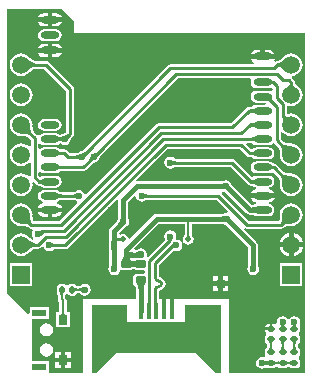
<source format=gtl>
G04*
G04 #@! TF.GenerationSoftware,Altium Limited,Altium Designer,19.1.9 (167)*
G04*
G04 Layer_Physical_Order=1*
G04 Layer_Color=255*
%FSLAX24Y24*%
%MOIN*%
G70*
G01*
G75*
%ADD11C,0.0079*%
%ADD12C,0.0098*%
%ADD30R,0.0315X0.0315*%
%ADD31C,0.0197*%
G04:AMPARAMS|DCode=32|XSize=23.6mil|YSize=17.7mil|CornerRadius=4.4mil|HoleSize=0mil|Usage=FLASHONLY|Rotation=270.000|XOffset=0mil|YOffset=0mil|HoleType=Round|Shape=RoundedRectangle|*
%AMROUNDEDRECTD32*
21,1,0.0236,0.0089,0,0,270.0*
21,1,0.0148,0.0177,0,0,270.0*
1,1,0.0089,-0.0044,-0.0074*
1,1,0.0089,-0.0044,0.0074*
1,1,0.0089,0.0044,0.0074*
1,1,0.0089,0.0044,-0.0074*
%
%ADD32ROUNDEDRECTD32*%
%ADD33R,0.0472X0.0236*%
%ADD34R,0.0315X0.0354*%
G04:AMPARAMS|DCode=35|XSize=23.6mil|YSize=17.7mil|CornerRadius=4.4mil|HoleSize=0mil|Usage=FLASHONLY|Rotation=0.000|XOffset=0mil|YOffset=0mil|HoleType=Round|Shape=RoundedRectangle|*
%AMROUNDEDRECTD35*
21,1,0.0236,0.0089,0,0,0.0*
21,1,0.0148,0.0177,0,0,0.0*
1,1,0.0089,0.0074,-0.0044*
1,1,0.0089,-0.0074,-0.0044*
1,1,0.0089,-0.0074,0.0044*
1,1,0.0089,0.0074,0.0044*
%
%ADD35ROUNDEDRECTD35*%
G04:AMPARAMS|DCode=36|XSize=35.4mil|YSize=27.6mil|CornerRadius=6.9mil|HoleSize=0mil|Usage=FLASHONLY|Rotation=180.000|XOffset=0mil|YOffset=0mil|HoleType=Round|Shape=RoundedRectangle|*
%AMROUNDEDRECTD36*
21,1,0.0354,0.0138,0,0,180.0*
21,1,0.0217,0.0276,0,0,180.0*
1,1,0.0138,-0.0108,0.0069*
1,1,0.0138,0.0108,0.0069*
1,1,0.0138,0.0108,-0.0069*
1,1,0.0138,-0.0108,-0.0069*
%
%ADD36ROUNDEDRECTD36*%
G04:AMPARAMS|DCode=37|XSize=35.4mil|YSize=27.6mil|CornerRadius=6.9mil|HoleSize=0mil|Usage=FLASHONLY|Rotation=90.000|XOffset=0mil|YOffset=0mil|HoleType=Round|Shape=RoundedRectangle|*
%AMROUNDEDRECTD37*
21,1,0.0354,0.0138,0,0,90.0*
21,1,0.0217,0.0276,0,0,90.0*
1,1,0.0138,0.0069,0.0108*
1,1,0.0138,0.0069,-0.0108*
1,1,0.0138,-0.0069,-0.0108*
1,1,0.0138,-0.0069,0.0108*
%
%ADD37ROUNDEDRECTD37*%
%ADD38O,0.0630X0.0236*%
%ADD39R,0.0157X0.0531*%
%ADD40R,0.0571X0.0512*%
%ADD41R,0.0630X0.0551*%
%ADD42C,0.0157*%
%ADD43C,0.0118*%
%ADD44C,0.0039*%
%ADD45C,0.0591*%
%ADD46R,0.0591X0.0591*%
%ADD47C,0.0236*%
G36*
X9320Y10157D02*
X9293Y10185D01*
X9242Y10232D01*
X9217Y10252D01*
X9192Y10268D01*
X9168Y10281D01*
X9144Y10292D01*
X9120Y10299D01*
X9097Y10304D01*
X9075Y10305D01*
Y10404D01*
X9097Y10405D01*
X9120Y10409D01*
X9144Y10417D01*
X9168Y10427D01*
X9192Y10441D01*
X9217Y10457D01*
X9242Y10476D01*
X9267Y10498D01*
X9293Y10524D01*
X9320Y10552D01*
Y10157D01*
D02*
G37*
G36*
X781Y10531D02*
X838Y10481D01*
X866Y10460D01*
X892Y10443D01*
X917Y10429D01*
X941Y10418D01*
X964Y10410D01*
X987Y10405D01*
X1008Y10404D01*
Y10305D01*
X987Y10304D01*
X964Y10299D01*
X941Y10291D01*
X917Y10280D01*
X892Y10266D01*
X866Y10248D01*
X838Y10228D01*
X781Y10178D01*
X750Y10148D01*
Y10561D01*
X781Y10531D01*
D02*
G37*
G36*
X9589Y9733D02*
X9591Y9716D01*
X9595Y9700D01*
X9600Y9685D01*
X9606Y9672D01*
X9614Y9660D01*
X9623Y9649D01*
X9634Y9639D01*
X9645Y9631D01*
X9659Y9624D01*
X9420D01*
X9433Y9631D01*
X9445Y9639D01*
X9456Y9649D01*
X9465Y9660D01*
X9473Y9672D01*
X9479Y9685D01*
X9484Y9700D01*
X9487Y9716D01*
X9489Y9733D01*
X9490Y9752D01*
X9589D01*
X9589Y9733D01*
D02*
G37*
G36*
X8883Y9254D02*
X8878Y9248D01*
X8875Y9240D01*
X8876Y9231D01*
X8879Y9220D01*
X8885Y9208D01*
X8894Y9194D01*
X8905Y9179D01*
X8920Y9162D01*
X8937Y9144D01*
X8838Y9104D01*
X8820Y9121D01*
X8787Y9149D01*
X8772Y9159D01*
X8758Y9167D01*
X8744Y9173D01*
X8732Y9177D01*
X8720Y9178D01*
X8709Y9178D01*
X8699Y9175D01*
X8891Y9259D01*
X8883Y9254D01*
D02*
G37*
G36*
X2283Y11811D02*
Y11417D01*
X8976D01*
Y11417D01*
X9998D01*
Y80D01*
X7480D01*
Y2559D01*
X5140D01*
Y2825D01*
X5206Y2838D01*
X5281Y2888D01*
X5331Y2963D01*
X5349Y3051D01*
X5331Y3140D01*
X5281Y3214D01*
X5206Y3264D01*
X5140Y3278D01*
Y3676D01*
X5618Y4154D01*
X5632Y4145D01*
X5709Y4130D01*
X5785Y4145D01*
X5851Y4189D01*
X5894Y4254D01*
X5909Y4331D01*
X5894Y4408D01*
X5851Y4473D01*
X5785Y4516D01*
X5748Y4524D01*
X5708Y4544D01*
X5705Y4588D01*
X5713Y4626D01*
X5697Y4703D01*
X5654Y4768D01*
X5589Y4811D01*
X5512Y4827D01*
X5435Y4811D01*
X5370Y4768D01*
X5326Y4703D01*
X5311Y4626D01*
X5326Y4549D01*
X5342Y4526D01*
X4773Y3956D01*
X4718Y3985D01*
X4728Y4035D01*
X4713Y4112D01*
X4669Y4177D01*
X4604Y4221D01*
X4528Y4236D01*
X4451Y4221D01*
X4399Y4186D01*
X4397Y4186D01*
X4333D01*
X4310Y4241D01*
X5126Y5056D01*
X5980D01*
X5982Y5027D01*
Y4686D01*
X5982Y4685D01*
X5981Y4679D01*
X5979Y4673D01*
X5978Y4667D01*
X5975Y4661D01*
X5972Y4655D01*
X5969Y4649D01*
X5964Y4642D01*
X5958Y4633D01*
X5955Y4626D01*
X5935Y4597D01*
X5922Y4528D01*
X5935Y4458D01*
X5975Y4400D01*
X6033Y4361D01*
X6102Y4347D01*
X6171Y4361D01*
X6230Y4400D01*
X6269Y4458D01*
X6283Y4528D01*
X6269Y4597D01*
X6250Y4626D01*
X6246Y4633D01*
X6240Y4642D01*
X6236Y4649D01*
X6232Y4655D01*
X6230Y4661D01*
X6227Y4667D01*
X6225Y4673D01*
X6224Y4679D01*
X6223Y4685D01*
X6223Y4686D01*
Y5037D01*
X6223Y5056D01*
X7268D01*
X7305Y5031D01*
X7347Y5023D01*
X7362Y5010D01*
X8107Y4264D01*
Y3657D01*
X8082Y3620D01*
X8067Y3543D01*
X8082Y3467D01*
X8126Y3401D01*
X8191Y3358D01*
X8268Y3343D01*
X8345Y3358D01*
X8410Y3401D01*
X8453Y3467D01*
X8468Y3543D01*
X8453Y3620D01*
X8429Y3656D01*
X8428Y3675D01*
Y4331D01*
X8428Y4331D01*
X8416Y4392D01*
X8381Y4444D01*
X8381Y4444D01*
X7950Y4876D01*
X7988Y4921D01*
X8021Y4899D01*
X8071Y4889D01*
X9205D01*
X9255Y4899D01*
X9297Y4927D01*
X9307Y4938D01*
X9318Y4945D01*
X9332Y4952D01*
X9350Y4958D01*
X9372Y4964D01*
X9397Y4970D01*
X9426Y4974D01*
X9497Y4979D01*
X9527Y4979D01*
X9539Y4977D01*
X9637Y4990D01*
X9728Y5028D01*
X9806Y5088D01*
X9866Y5166D01*
X9904Y5257D01*
X9917Y5354D01*
X9904Y5452D01*
X9866Y5543D01*
X9806Y5621D01*
X9728Y5681D01*
X9637Y5719D01*
X9539Y5732D01*
X9442Y5719D01*
X9351Y5681D01*
X9273Y5621D01*
X9213Y5543D01*
X9175Y5452D01*
X9162Y5354D01*
X9164Y5342D01*
X9164Y5312D01*
X9159Y5241D01*
X9155Y5212D01*
X9149Y5187D01*
X9143Y5165D01*
X9138Y5150D01*
X8125D01*
X7222Y6053D01*
X7240Y6118D01*
X7268Y6125D01*
X7285Y6114D01*
X7327Y6105D01*
X7342Y6092D01*
X8036Y5398D01*
X8088Y5363D01*
X8150Y5351D01*
X8150Y5351D01*
X8211D01*
X8222Y5351D01*
X8257Y5348D01*
X8269Y5346D01*
X8278Y5344D01*
X8283Y5342D01*
X8285Y5341D01*
X8289Y5340D01*
X8309Y5326D01*
X8386Y5311D01*
X8780D01*
X8856Y5326D01*
X8921Y5370D01*
X8965Y5435D01*
X8980Y5512D01*
X8965Y5589D01*
X8921Y5654D01*
X8856Y5697D01*
X8803Y5708D01*
Y5768D01*
X8864Y5780D01*
X8936Y5828D01*
X8984Y5900D01*
X8985Y5906D01*
X8583D01*
X8181D01*
X8182Y5900D01*
X8230Y5828D01*
X8301Y5780D01*
X8363Y5768D01*
Y5708D01*
X8309Y5697D01*
X8289Y5684D01*
X8285Y5682D01*
X8283Y5681D01*
X8278Y5680D01*
X8269Y5678D01*
X8259Y5676D01*
X8215Y5674D01*
X7556Y6332D01*
X7548Y6376D01*
X7504Y6441D01*
X7439Y6485D01*
X7362Y6500D01*
X7285Y6485D01*
X7250Y6461D01*
X7230Y6460D01*
X4409D01*
X4404Y6459D01*
X4375Y6513D01*
X5408Y7547D01*
X7820D01*
X8057Y7309D01*
X8100Y7281D01*
X8150Y7271D01*
X8214D01*
X8225Y7270D01*
X8238Y7269D01*
X8244Y7260D01*
X8309Y7216D01*
X8386Y7201D01*
X8780D01*
X8856Y7216D01*
X8921Y7260D01*
X8965Y7325D01*
X8980Y7402D01*
X8965Y7478D01*
X8921Y7544D01*
X8856Y7587D01*
X8780Y7602D01*
X8386D01*
X8309Y7587D01*
X8244Y7544D01*
X8185Y7550D01*
X8047Y7689D01*
X8069Y7744D01*
X8214D01*
X8225Y7743D01*
X8238Y7741D01*
X8244Y7732D01*
X8309Y7689D01*
X8386Y7673D01*
X8780D01*
X8856Y7689D01*
X8921Y7732D01*
X8986Y7723D01*
X9123Y7586D01*
X9130Y7576D01*
X9137Y7562D01*
X9143Y7544D01*
X9149Y7522D01*
X9155Y7496D01*
X9159Y7468D01*
X9164Y7397D01*
X9164Y7367D01*
X9162Y7354D01*
X9175Y7257D01*
X9213Y7166D01*
X9273Y7088D01*
X9351Y7028D01*
X9442Y6990D01*
X9539Y6977D01*
X9637Y6990D01*
X9728Y7028D01*
X9806Y7088D01*
X9866Y7166D01*
X9904Y7257D01*
X9917Y7354D01*
X9904Y7452D01*
X9866Y7543D01*
X9806Y7621D01*
X9728Y7681D01*
X9637Y7719D01*
X9539Y7732D01*
X9527Y7730D01*
X9497Y7730D01*
X9426Y7735D01*
X9397Y7739D01*
X9372Y7744D01*
X9350Y7750D01*
X9332Y7757D01*
X9318Y7764D01*
X9307Y7771D01*
X9186Y7893D01*
Y8104D01*
X9245Y8124D01*
X9273Y8088D01*
X9351Y8028D01*
X9442Y7990D01*
X9539Y7977D01*
X9637Y7990D01*
X9728Y8028D01*
X9806Y8088D01*
X9866Y8166D01*
X9904Y8257D01*
X9917Y8354D01*
X9904Y8452D01*
X9866Y8543D01*
X9806Y8621D01*
X9728Y8681D01*
X9637Y8719D01*
X9539Y8732D01*
X9442Y8719D01*
X9441Y8719D01*
X9395Y8741D01*
X9386Y8752D01*
X9384Y8755D01*
X9382Y8760D01*
Y8961D01*
X9432Y8994D01*
X9442Y8990D01*
X9539Y8977D01*
X9637Y8990D01*
X9728Y9028D01*
X9806Y9088D01*
X9866Y9166D01*
X9904Y9257D01*
X9917Y9354D01*
X9904Y9452D01*
X9866Y9543D01*
X9806Y9621D01*
X9728Y9681D01*
X9699Y9693D01*
X9696Y9696D01*
X9687Y9700D01*
X9683Y9703D01*
X9681Y9705D01*
X9679Y9707D01*
X9677Y9711D01*
X9674Y9715D01*
X9672Y9721D01*
X9671Y9729D01*
X9670Y9736D01*
Y9752D01*
X9660Y9802D01*
X9632Y9844D01*
X9556Y9920D01*
X9569Y9974D01*
X9575Y9982D01*
X9637Y9990D01*
X9728Y10028D01*
X9806Y10088D01*
X9866Y10166D01*
X9904Y10257D01*
X9917Y10354D01*
X9904Y10452D01*
X9866Y10543D01*
X9806Y10621D01*
X9728Y10681D01*
X9637Y10719D01*
X9539Y10732D01*
X9442Y10719D01*
X9351Y10681D01*
X9273Y10621D01*
X9262Y10607D01*
X9261Y10607D01*
X9236Y10580D01*
X9213Y10558D01*
X9191Y10538D01*
X9170Y10522D01*
X9150Y10509D01*
X9132Y10499D01*
X9116Y10492D01*
X9101Y10487D01*
X9087Y10485D01*
X9087Y10485D01*
X9075D01*
X9025Y10475D01*
X8993Y10454D01*
X8951Y10496D01*
X8984Y10545D01*
X8985Y10551D01*
X8583D01*
X8181D01*
X8182Y10545D01*
X8230Y10474D01*
X8301Y10426D01*
X8302Y10426D01*
X8297Y10367D01*
X5512D01*
X5462Y10357D01*
X5420Y10328D01*
X2582Y7491D01*
X2579Y7489D01*
X2575Y7486D01*
X2572Y7485D01*
X2569Y7483D01*
X2567Y7483D01*
X2567Y7483D01*
X2559Y7484D01*
X2482Y7469D01*
X2417Y7425D01*
X2413Y7419D01*
X2413Y7419D01*
X2411Y7418D01*
X2408Y7417D01*
X2404Y7416D01*
X2400Y7415D01*
X2396Y7414D01*
X2141D01*
X2061Y7494D01*
X2018Y7522D01*
X1969Y7532D01*
X1865D01*
X1853Y7533D01*
X1841Y7534D01*
X1835Y7544D01*
X1770Y7587D01*
X1693Y7602D01*
X1299D01*
X1222Y7587D01*
X1174Y7555D01*
X1115Y7578D01*
Y7698D01*
X1174Y7721D01*
X1222Y7689D01*
X1299Y7673D01*
X1693D01*
X1770Y7689D01*
X1794Y7705D01*
X1841Y7729D01*
X1887Y7705D01*
X1911Y7689D01*
X1988Y7673D01*
X2065Y7689D01*
X2130Y7732D01*
X2174Y7797D01*
X2189Y7874D01*
X2187Y7882D01*
X2187Y7882D01*
X2188Y7884D01*
X2189Y7887D01*
X2191Y7890D01*
X2194Y7894D01*
X2196Y7897D01*
X2258Y7959D01*
X2286Y8001D01*
X2296Y8051D01*
Y9547D01*
X2286Y9597D01*
X2258Y9639D01*
X1451Y10447D01*
X1408Y10475D01*
X1358Y10485D01*
X998D01*
X986Y10487D01*
X971Y10492D01*
X953Y10500D01*
X934Y10511D01*
X912Y10526D01*
X889Y10543D01*
X835Y10590D01*
X814Y10611D01*
X806Y10621D01*
X728Y10681D01*
X637Y10719D01*
X539Y10732D01*
X442Y10719D01*
X351Y10681D01*
X273Y10621D01*
X213Y10543D01*
X175Y10452D01*
X162Y10354D01*
X175Y10257D01*
X213Y10166D01*
X273Y10088D01*
X351Y10028D01*
X442Y9990D01*
X539Y9977D01*
X637Y9990D01*
X728Y10028D01*
X806Y10088D01*
X814Y10097D01*
X835Y10119D01*
X889Y10166D01*
X912Y10183D01*
X934Y10197D01*
X953Y10208D01*
X971Y10216D01*
X986Y10221D01*
X998Y10224D01*
X1304D01*
X2035Y9493D01*
Y8113D01*
X1989Y8075D01*
X1988Y8075D01*
X1911Y8059D01*
X1887Y8043D01*
X1835Y8016D01*
X1770Y8059D01*
X1693Y8075D01*
X1299D01*
X1222Y8059D01*
X1157Y8016D01*
X1148Y8002D01*
X1077D01*
X1076Y8002D01*
X956Y8122D01*
X949Y8133D01*
X942Y8147D01*
X935Y8165D01*
X929Y8187D01*
X924Y8212D01*
X920Y8241D01*
X915Y8312D01*
X915Y8342D01*
X917Y8354D01*
X904Y8452D01*
X866Y8543D01*
X806Y8621D01*
X728Y8681D01*
X637Y8719D01*
X539Y8732D01*
X442Y8719D01*
X351Y8681D01*
X273Y8621D01*
X213Y8543D01*
X175Y8452D01*
X162Y8354D01*
X175Y8257D01*
X213Y8166D01*
X273Y8088D01*
X351Y8028D01*
X442Y7990D01*
X539Y7977D01*
X552Y7979D01*
X582Y7979D01*
X653Y7974D01*
X681Y7970D01*
X707Y7964D01*
X729Y7958D01*
X747Y7952D01*
X761Y7945D01*
X771Y7938D01*
X854Y7855D01*
Y7648D01*
X795Y7630D01*
X728Y7681D01*
X637Y7719D01*
X539Y7732D01*
X442Y7719D01*
X351Y7681D01*
X273Y7621D01*
X213Y7543D01*
X175Y7452D01*
X162Y7354D01*
X175Y7257D01*
X213Y7166D01*
X273Y7088D01*
X351Y7028D01*
X442Y6990D01*
X539Y6977D01*
X637Y6990D01*
X728Y7028D01*
X795Y7079D01*
X854Y7061D01*
Y6656D01*
X834Y6642D01*
X795Y6630D01*
X728Y6681D01*
X637Y6719D01*
X539Y6732D01*
X442Y6719D01*
X351Y6681D01*
X273Y6621D01*
X213Y6543D01*
X175Y6452D01*
X162Y6354D01*
X175Y6257D01*
X213Y6166D01*
X273Y6088D01*
X351Y6028D01*
X442Y5990D01*
X539Y5977D01*
X637Y5990D01*
X728Y6028D01*
X806Y6088D01*
X866Y6166D01*
X904Y6257D01*
X917Y6354D01*
X911Y6400D01*
X967Y6428D01*
X1030Y6364D01*
X1072Y6336D01*
X1122Y6326D01*
X1150D01*
X1157Y6315D01*
X1222Y6271D01*
X1299Y6256D01*
X1693D01*
X1770Y6271D01*
X1835Y6315D01*
X1878Y6380D01*
X1894Y6457D01*
X1878Y6533D01*
X1835Y6599D01*
X1770Y6642D01*
X1693Y6657D01*
X1299D01*
X1222Y6642D01*
X1162Y6602D01*
X1115Y6649D01*
Y6753D01*
X1174Y6776D01*
X1222Y6744D01*
X1299Y6728D01*
X1693D01*
X1770Y6744D01*
X1835Y6787D01*
X1841Y6796D01*
X1868Y6799D01*
X2598D01*
X2648Y6809D01*
X2691Y6837D01*
X2929Y7076D01*
X2933Y7078D01*
X2937Y7081D01*
X2940Y7082D01*
X2943Y7083D01*
X2945Y7084D01*
X2945Y7084D01*
X2953Y7083D01*
X3030Y7098D01*
X3095Y7142D01*
X3138Y7207D01*
X3153Y7283D01*
X3152Y7291D01*
X3152Y7291D01*
X3153Y7293D01*
X3154Y7296D01*
X3156Y7299D01*
X3158Y7303D01*
X3161Y7307D01*
X5763Y9909D01*
X8175D01*
X8207Y9850D01*
X8200Y9841D01*
X8185Y9764D01*
X8200Y9687D01*
X8244Y9622D01*
X8309Y9578D01*
X8386Y9563D01*
X8780D01*
X8856Y9578D01*
X8866Y9585D01*
X8918Y9556D01*
Y9499D01*
X8866Y9471D01*
X8856Y9477D01*
X8780Y9492D01*
X8386D01*
X8309Y9477D01*
X8244Y9433D01*
X8200Y9368D01*
X8185Y9291D01*
X8200Y9215D01*
X8244Y9149D01*
X8309Y9106D01*
X8386Y9091D01*
X8688D01*
X8696Y9079D01*
X8665Y9020D01*
X8386D01*
X8309Y9004D01*
X8244Y8961D01*
X8238Y8952D01*
X8210Y8949D01*
X8130D01*
X8080Y8939D01*
X8038Y8911D01*
X7525Y8398D01*
X5118D01*
X5068Y8388D01*
X5026Y8360D01*
X2709Y6043D01*
X2651Y6054D01*
X2645Y6063D01*
X2603Y6126D01*
X2537Y6170D01*
X2461Y6185D01*
X2384Y6170D01*
X2319Y6126D01*
X2314Y6120D01*
X2314Y6120D01*
X2312Y6119D01*
X2309Y6118D01*
X2306Y6116D01*
X2301Y6115D01*
X2297Y6115D01*
X1865D01*
X1853Y6115D01*
X1841Y6117D01*
X1835Y6126D01*
X1770Y6170D01*
X1693Y6185D01*
X1299D01*
X1222Y6170D01*
X1157Y6126D01*
X1114Y6061D01*
X1099Y5984D01*
X1114Y5907D01*
X1157Y5842D01*
X1222Y5799D01*
X1276Y5788D01*
Y5728D01*
X1215Y5716D01*
X1143Y5668D01*
X1095Y5596D01*
X1094Y5591D01*
X1496D01*
X1898D01*
X1897Y5596D01*
X1849Y5668D01*
X1777Y5716D01*
X1716Y5728D01*
Y5788D01*
X1770Y5799D01*
X1835Y5842D01*
X1841Y5851D01*
X1868Y5854D01*
X2297D01*
X2301Y5853D01*
X2306Y5852D01*
X2309Y5851D01*
X2312Y5850D01*
X2314Y5849D01*
X2314Y5849D01*
X2319Y5842D01*
X2382Y5800D01*
X2391Y5793D01*
X2402Y5736D01*
X1816Y5150D01*
X941D01*
X935Y5165D01*
X929Y5187D01*
X924Y5212D01*
X920Y5241D01*
X915Y5312D01*
X915Y5342D01*
X917Y5354D01*
X904Y5452D01*
X866Y5543D01*
X806Y5621D01*
X728Y5681D01*
X637Y5719D01*
X539Y5732D01*
X442Y5719D01*
X351Y5681D01*
X273Y5621D01*
X213Y5543D01*
X175Y5452D01*
X162Y5354D01*
X175Y5257D01*
X213Y5166D01*
X273Y5088D01*
X351Y5028D01*
X442Y4990D01*
X539Y4977D01*
X552Y4979D01*
X582Y4979D01*
X653Y4974D01*
X681Y4970D01*
X707Y4964D01*
X729Y4958D01*
X747Y4952D01*
X761Y4945D01*
X771Y4938D01*
X782Y4927D01*
X824Y4899D01*
X874Y4889D01*
X885D01*
X917Y4830D01*
X897Y4801D01*
X882Y4724D01*
X897Y4648D01*
X939Y4586D01*
X935Y4566D01*
X921Y4525D01*
X915Y4524D01*
X912Y4526D01*
X889Y4543D01*
X835Y4590D01*
X814Y4611D01*
X806Y4621D01*
X728Y4681D01*
X637Y4719D01*
X539Y4732D01*
X442Y4719D01*
X351Y4681D01*
X273Y4621D01*
X213Y4543D01*
X175Y4452D01*
X162Y4354D01*
X175Y4257D01*
X213Y4166D01*
X273Y4088D01*
X351Y4028D01*
X442Y3990D01*
X539Y3977D01*
X637Y3990D01*
X728Y4028D01*
X806Y4088D01*
X814Y4097D01*
X835Y4119D01*
X889Y4166D01*
X912Y4183D01*
X934Y4197D01*
X953Y4208D01*
X971Y4216D01*
X986Y4221D01*
X998Y4224D01*
X1106D01*
X1156Y4234D01*
X1199Y4262D01*
X1224Y4288D01*
X1288Y4268D01*
X1291Y4254D01*
X1334Y4189D01*
X1400Y4145D01*
X1476Y4130D01*
X1553Y4145D01*
X1618Y4189D01*
X1623Y4195D01*
X1623Y4195D01*
X1625Y4196D01*
X1628Y4197D01*
X1631Y4199D01*
X1636Y4200D01*
X1640Y4200D01*
X2008D01*
X2058Y4210D01*
X2100Y4238D01*
X3723Y5861D01*
X3778Y5832D01*
X3776Y5827D01*
X3776Y5827D01*
Y5232D01*
X3752Y5195D01*
X3743Y5153D01*
X3730Y5138D01*
X3509Y4917D01*
X3474Y4865D01*
X3461Y4803D01*
X3461Y4803D01*
Y4377D01*
X3460Y4348D01*
X3460Y4344D01*
X3452Y4306D01*
Y4158D01*
X3461Y4112D01*
Y4055D01*
X3461Y4055D01*
X3474Y3994D01*
X3481Y3983D01*
Y3657D01*
X3456Y3620D01*
X3441Y3543D01*
X3456Y3467D01*
X3500Y3401D01*
X3565Y3358D01*
X3642Y3343D01*
X3719Y3358D01*
X3784Y3401D01*
X3827Y3467D01*
X3833Y3498D01*
X3870Y3512D01*
X3927Y3501D01*
X4144D01*
X4182Y3509D01*
X4183Y3509D01*
X4185Y3509D01*
X4201Y3512D01*
X4211Y3519D01*
X4212Y3520D01*
X4227Y3528D01*
X4239Y3535D01*
X4252Y3541D01*
X4266Y3546D01*
X4281Y3551D01*
X4281Y3551D01*
X4282Y3551D01*
X4297Y3546D01*
X4311Y3541D01*
X4324Y3535D01*
X4336Y3528D01*
X4351Y3520D01*
X4352Y3519D01*
X4362Y3512D01*
X4378Y3509D01*
X4380Y3509D01*
X4381Y3509D01*
X4419Y3501D01*
X4636D01*
X4665Y3455D01*
Y3435D01*
X4616Y3389D01*
X4419D01*
X4362Y3377D01*
X4313Y3345D01*
X4280Y3296D01*
X4269Y3238D01*
Y3100D01*
X4280Y3043D01*
X4301Y3012D01*
X4301Y3011D01*
X4302Y3010D01*
X4313Y2994D01*
X4322Y2988D01*
X4322Y2987D01*
X4333Y2979D01*
X4340Y2973D01*
X4346Y2966D01*
X4351Y2958D01*
X4356Y2948D01*
X4360Y2937D01*
X4363Y2925D01*
X4366Y2910D01*
X4367Y2902D01*
Y2559D01*
X2598D01*
Y80D01*
X1457D01*
Y472D01*
X907D01*
Y1870D01*
X923Y1890D01*
X1457D01*
Y2283D01*
X827D01*
Y2061D01*
X772Y2038D01*
X80Y2730D01*
Y12205D01*
X1890D01*
X2283Y11811D01*
D02*
G37*
G36*
X8323Y8721D02*
X8321Y8731D01*
X8317Y8739D01*
X8310Y8746D01*
X8300Y8752D01*
X8287Y8758D01*
X8272Y8762D01*
X8253Y8765D01*
X8232Y8768D01*
X8208Y8769D01*
X8181Y8770D01*
Y8868D01*
X8208Y8869D01*
X8253Y8872D01*
X8272Y8876D01*
X8287Y8880D01*
X8300Y8885D01*
X8310Y8892D01*
X8317Y8899D01*
X8321Y8907D01*
X8323Y8916D01*
Y8721D01*
D02*
G37*
G36*
X9301Y8663D02*
X9316Y8652D01*
X9331Y8642D01*
X9346Y8635D01*
X9362Y8630D01*
X9378Y8627D01*
X9394Y8625D01*
X9410Y8626D01*
X9427Y8629D01*
X9444Y8634D01*
X9260Y8450D01*
X9265Y8467D01*
X9268Y8484D01*
X9268Y8500D01*
X9267Y8516D01*
X9264Y8532D01*
X9259Y8547D01*
X9251Y8563D01*
X9242Y8578D01*
X9231Y8592D01*
X9217Y8607D01*
X9287Y8677D01*
X9301Y8663D01*
D02*
G37*
G36*
X8323Y8249D02*
X8321Y8258D01*
X8317Y8266D01*
X8310Y8274D01*
X8300Y8280D01*
X8287Y8285D01*
X8272Y8290D01*
X8253Y8293D01*
X8232Y8295D01*
X8208Y8297D01*
X8181Y8297D01*
Y8396D01*
X8208Y8396D01*
X8253Y8400D01*
X8272Y8403D01*
X8287Y8408D01*
X8300Y8413D01*
X8310Y8419D01*
X8317Y8427D01*
X8321Y8435D01*
X8323Y8444D01*
Y8249D01*
D02*
G37*
G36*
X835Y8309D02*
X840Y8232D01*
X845Y8199D01*
X851Y8168D01*
X859Y8140D01*
X868Y8115D01*
X879Y8093D01*
X891Y8074D01*
X905Y8058D01*
X836Y7988D01*
X820Y8002D01*
X801Y8015D01*
X779Y8025D01*
X754Y8035D01*
X726Y8043D01*
X695Y8049D01*
X661Y8054D01*
X585Y8059D01*
X542Y8059D01*
X835Y8351D01*
X835Y8309D01*
D02*
G37*
G36*
X2149Y7965D02*
X2141Y7957D01*
X2133Y7948D01*
X2127Y7939D01*
X2121Y7930D01*
X2117Y7921D01*
X2113Y7912D01*
X2110Y7903D01*
X2108Y7894D01*
X2107Y7885D01*
X2106Y7875D01*
X1989Y7992D01*
X1999Y7992D01*
X2008Y7994D01*
X2017Y7996D01*
X2026Y7999D01*
X2035Y8003D01*
X2044Y8007D01*
X2053Y8013D01*
X2062Y8019D01*
X2071Y8027D01*
X2079Y8035D01*
X2149Y7965D01*
D02*
G37*
G36*
X1757Y7962D02*
X1762Y7954D01*
X1769Y7947D01*
X1779Y7941D01*
X1791Y7935D01*
X1807Y7931D01*
X1825Y7928D01*
X1841Y7926D01*
X1844Y7926D01*
X1854Y7929D01*
X1864Y7932D01*
X1873Y7935D01*
X1882Y7940D01*
X1890Y7945D01*
X1897Y7950D01*
X1904Y7957D01*
X1904Y7791D01*
X1897Y7798D01*
X1890Y7803D01*
X1882Y7808D01*
X1873Y7813D01*
X1864Y7816D01*
X1854Y7819D01*
X1844Y7822D01*
X1843Y7822D01*
X1825Y7820D01*
X1807Y7817D01*
X1791Y7813D01*
X1779Y7807D01*
X1769Y7801D01*
X1762Y7794D01*
X1757Y7786D01*
X1756Y7777D01*
Y7971D01*
X1757Y7962D01*
D02*
G37*
G36*
X8323Y7777D02*
X8321Y7786D01*
X8317Y7794D01*
X8310Y7801D01*
X8300Y7807D01*
X8287Y7813D01*
X8272Y7817D01*
X8253Y7820D01*
X8232Y7823D01*
X8208Y7824D01*
X8181Y7825D01*
Y7923D01*
X8208Y7924D01*
X8253Y7928D01*
X8272Y7931D01*
X8287Y7935D01*
X8300Y7941D01*
X8310Y7947D01*
X8317Y7954D01*
X8321Y7962D01*
X8323Y7971D01*
Y7777D01*
D02*
G37*
G36*
X9259Y7706D02*
X9278Y7694D01*
X9300Y7683D01*
X9325Y7674D01*
X9353Y7666D01*
X9384Y7660D01*
X9417Y7655D01*
X9494Y7650D01*
X9536Y7650D01*
X9244Y7357D01*
X9244Y7400D01*
X9239Y7476D01*
X9234Y7510D01*
X9228Y7541D01*
X9220Y7569D01*
X9210Y7594D01*
X9200Y7616D01*
X9187Y7635D01*
X9173Y7651D01*
X9243Y7720D01*
X9259Y7706D01*
D02*
G37*
G36*
X8323Y7304D02*
X8321Y7313D01*
X8317Y7321D01*
X8310Y7329D01*
X8300Y7335D01*
X8287Y7340D01*
X8272Y7345D01*
X8253Y7348D01*
X8232Y7350D01*
X8208Y7352D01*
X8181Y7352D01*
Y7451D01*
X8208Y7451D01*
X8253Y7455D01*
X8272Y7459D01*
X8287Y7463D01*
X8300Y7468D01*
X8310Y7474D01*
X8317Y7482D01*
X8321Y7490D01*
X8323Y7499D01*
Y7304D01*
D02*
G37*
G36*
X1757Y7490D02*
X1762Y7482D01*
X1769Y7474D01*
X1779Y7468D01*
X1791Y7463D01*
X1807Y7459D01*
X1825Y7455D01*
X1847Y7453D01*
X1871Y7451D01*
X1898Y7451D01*
Y7352D01*
X1871Y7352D01*
X1825Y7348D01*
X1807Y7345D01*
X1791Y7340D01*
X1779Y7335D01*
X1769Y7329D01*
X1762Y7321D01*
X1757Y7313D01*
X1756Y7304D01*
Y7499D01*
X1757Y7490D01*
D02*
G37*
G36*
X3114Y7375D02*
X3105Y7366D01*
X3098Y7357D01*
X3092Y7348D01*
X3086Y7340D01*
X3081Y7331D01*
X3077Y7322D01*
X3075Y7312D01*
X3072Y7303D01*
X3071Y7294D01*
X3071Y7285D01*
X2954Y7402D01*
X2963Y7402D01*
X2973Y7403D01*
X2982Y7405D01*
X2991Y7408D01*
X3000Y7412D01*
X3009Y7417D01*
X3018Y7422D01*
X3027Y7429D01*
X3035Y7436D01*
X3044Y7444D01*
X3114Y7375D01*
D02*
G37*
G36*
X2720D02*
X2712Y7366D01*
X2704Y7357D01*
X2698Y7348D01*
X2692Y7340D01*
X2688Y7331D01*
X2684Y7322D01*
X2681Y7312D01*
X2679Y7303D01*
X2677Y7294D01*
X2677Y7285D01*
X2560Y7402D01*
X2570Y7402D01*
X2579Y7403D01*
X2588Y7405D01*
X2597Y7408D01*
X2606Y7412D01*
X2615Y7417D01*
X2624Y7422D01*
X2633Y7429D01*
X2642Y7436D01*
X2650Y7444D01*
X2720Y7375D01*
D02*
G37*
G36*
X2475Y7201D02*
X2468Y7207D01*
X2460Y7213D01*
X2452Y7218D01*
X2444Y7222D01*
X2435Y7226D01*
X2425Y7229D01*
X2415Y7231D01*
X2404Y7233D01*
X2393Y7234D01*
X2381Y7234D01*
Y7333D01*
X2393Y7333D01*
X2404Y7334D01*
X2415Y7336D01*
X2425Y7338D01*
X2435Y7341D01*
X2444Y7345D01*
X2452Y7349D01*
X2460Y7354D01*
X2468Y7360D01*
X2475Y7366D01*
Y7201D01*
D02*
G37*
G36*
X2952Y7165D02*
X2942Y7165D01*
X2933Y7164D01*
X2924Y7162D01*
X2915Y7159D01*
X2906Y7155D01*
X2897Y7150D01*
X2888Y7145D01*
X2879Y7138D01*
X2870Y7131D01*
X2862Y7123D01*
X2792Y7192D01*
X2800Y7201D01*
X2807Y7210D01*
X2814Y7218D01*
X2819Y7227D01*
X2824Y7236D01*
X2828Y7245D01*
X2831Y7254D01*
X2833Y7264D01*
X2834Y7273D01*
X2835Y7282D01*
X2952Y7165D01*
D02*
G37*
G36*
X1757Y7017D02*
X1762Y7009D01*
X1769Y7002D01*
X1779Y6996D01*
X1791Y6990D01*
X1807Y6986D01*
X1825Y6983D01*
X1847Y6980D01*
X1871Y6979D01*
X1898Y6978D01*
Y6880D01*
X1871Y6879D01*
X1825Y6876D01*
X1807Y6872D01*
X1791Y6868D01*
X1779Y6863D01*
X1769Y6856D01*
X1762Y6849D01*
X1757Y6841D01*
X1756Y6832D01*
Y7027D01*
X1757Y7017D01*
D02*
G37*
G36*
X1198Y6398D02*
X1198Y6400D01*
X1195Y6402D01*
X1191Y6403D01*
X1186Y6404D01*
X1179Y6405D01*
X1161Y6407D01*
X1122Y6407D01*
Y6506D01*
X1137Y6506D01*
X1186Y6509D01*
X1191Y6510D01*
X1195Y6512D01*
X1198Y6513D01*
X1198Y6515D01*
Y6398D01*
D02*
G37*
G36*
X7278Y6217D02*
X7276Y6217D01*
X7274Y6218D01*
X7270Y6219D01*
X7257Y6219D01*
X7217Y6220D01*
X7203Y6220D01*
Y6378D01*
X7278Y6382D01*
Y6217D01*
D02*
G37*
G36*
X7481Y6296D02*
X7482Y6294D01*
X7485Y6291D01*
X7493Y6281D01*
X7521Y6252D01*
X7530Y6243D01*
X7419Y6131D01*
X7363Y6181D01*
X7480Y6298D01*
X7481Y6296D01*
D02*
G37*
G36*
X4658Y6061D02*
X4666Y6055D01*
X4674Y6050D01*
X4682Y6046D01*
X4691Y6042D01*
X4701Y6039D01*
X4711Y6036D01*
X4722Y6035D01*
X4733Y6034D01*
X4745Y6033D01*
Y5935D01*
X4733Y5935D01*
X4722Y5934D01*
X4711Y5932D01*
X4701Y5930D01*
X4691Y5927D01*
X4682Y5923D01*
X4674Y5919D01*
X4666Y5914D01*
X4658Y5908D01*
X4651Y5902D01*
Y6067D01*
X4658Y6061D01*
D02*
G37*
G36*
X2376Y5902D02*
X2369Y5908D01*
X2362Y5914D01*
X2354Y5919D01*
X2346Y5923D01*
X2336Y5927D01*
X2327Y5930D01*
X2316Y5932D01*
X2306Y5934D01*
X2294Y5935D01*
X2282Y5935D01*
Y6033D01*
X2294Y6034D01*
X2306Y6035D01*
X2316Y6036D01*
X2327Y6039D01*
X2336Y6042D01*
X2346Y6046D01*
X2354Y6050D01*
X2362Y6055D01*
X2369Y6061D01*
X2376Y6067D01*
Y5902D01*
D02*
G37*
G36*
X1757Y6073D02*
X1762Y6064D01*
X1769Y6057D01*
X1779Y6051D01*
X1791Y6046D01*
X1807Y6041D01*
X1825Y6038D01*
X1847Y6035D01*
X1871Y6034D01*
X1898Y6033D01*
Y5935D01*
X1871Y5935D01*
X1825Y5931D01*
X1807Y5927D01*
X1791Y5923D01*
X1779Y5918D01*
X1769Y5911D01*
X1762Y5904D01*
X1757Y5896D01*
X1756Y5887D01*
Y6082D01*
X1757Y6073D01*
D02*
G37*
G36*
X4373Y5952D02*
X4381Y5907D01*
X4425Y5842D01*
X4490Y5799D01*
X4567Y5784D01*
X4644Y5799D01*
X4709Y5842D01*
X4713Y5849D01*
X4713Y5849D01*
X4715Y5850D01*
X4718Y5851D01*
X4722Y5852D01*
X4726Y5853D01*
X4730Y5854D01*
X7052D01*
X7440Y5466D01*
X7411Y5411D01*
X7382Y5417D01*
X7305Y5402D01*
X7269Y5378D01*
X7250Y5377D01*
X5059D01*
X4998Y5365D01*
X4946Y5330D01*
X4172Y4557D01*
X4108Y4576D01*
X4104Y4597D01*
X4065Y4655D01*
X4006Y4694D01*
X3937Y4708D01*
X3868Y4694D01*
X3864Y4692D01*
X3810Y4708D01*
X3801Y4715D01*
X3798Y4752D01*
X3970Y4924D01*
X4014Y4933D01*
X4079Y4976D01*
X4122Y5041D01*
X4138Y5118D01*
X4122Y5195D01*
X4099Y5231D01*
X4098Y5250D01*
Y5760D01*
X4309Y5971D01*
X4373Y5952D01*
D02*
G37*
G36*
X8327Y5410D02*
X8320Y5414D01*
X8310Y5418D01*
X8298Y5422D01*
X8284Y5425D01*
X8267Y5427D01*
X8227Y5431D01*
X8178Y5433D01*
X8150Y5433D01*
Y5591D01*
X8178Y5591D01*
X8267Y5596D01*
X8284Y5599D01*
X8298Y5602D01*
X8310Y5606D01*
X8320Y5609D01*
X8327Y5614D01*
Y5410D01*
D02*
G37*
G36*
X4020Y5202D02*
X3854D01*
X3855Y5204D01*
X3856Y5207D01*
X3856Y5211D01*
X3857Y5223D01*
X3858Y5264D01*
X3858Y5277D01*
X4016D01*
X4020Y5202D01*
D02*
G37*
G36*
X7298Y5134D02*
X7296Y5135D01*
X7293Y5135D01*
X7289Y5136D01*
X7277Y5137D01*
X7236Y5138D01*
X7223Y5138D01*
Y5295D01*
X7298Y5299D01*
Y5134D01*
D02*
G37*
G36*
X7500Y5214D02*
X7502Y5211D01*
X7504Y5208D01*
X7512Y5199D01*
X7540Y5169D01*
X7550Y5160D01*
X7439Y5048D01*
X7383Y5098D01*
X7500Y5215D01*
X7500Y5214D01*
D02*
G37*
G36*
X6155Y5156D02*
X6152Y5149D01*
X6150Y5139D01*
X6148Y5126D01*
X6144Y5092D01*
X6142Y5020D01*
X6142Y4991D01*
X6063D01*
X6063Y5020D01*
X6055Y5139D01*
X6053Y5149D01*
X6050Y5156D01*
X6047Y5161D01*
X6158D01*
X6155Y5156D01*
D02*
G37*
G36*
X9536Y5059D02*
X9494Y5059D01*
X9417Y5054D01*
X9384Y5049D01*
X9353Y5042D01*
X9325Y5035D01*
X9300Y5025D01*
X9278Y5015D01*
X9259Y5002D01*
X9243Y4988D01*
X9173Y5058D01*
X9187Y5074D01*
X9200Y5093D01*
X9210Y5115D01*
X9220Y5140D01*
X9228Y5168D01*
X9234Y5199D01*
X9239Y5232D01*
X9244Y5309D01*
X9244Y5351D01*
X9536Y5059D01*
D02*
G37*
G36*
X835Y5309D02*
X840Y5232D01*
X845Y5199D01*
X851Y5168D01*
X859Y5140D01*
X868Y5115D01*
X879Y5093D01*
X891Y5074D01*
X905Y5058D01*
X836Y4988D01*
X820Y5002D01*
X801Y5015D01*
X779Y5025D01*
X754Y5035D01*
X726Y5042D01*
X695Y5049D01*
X661Y5054D01*
X585Y5059D01*
X542Y5059D01*
X835Y5351D01*
X835Y5309D01*
D02*
G37*
G36*
X3936Y5000D02*
X3934Y5000D01*
X3932Y4998D01*
X3929Y4996D01*
X3919Y4988D01*
X3890Y4960D01*
X3880Y4950D01*
X3769Y5061D01*
X3819Y5117D01*
X3936Y5000D01*
D02*
G37*
G36*
X1284Y4758D02*
X1184Y4664D01*
X1153Y4819D01*
X1159Y4815D01*
X1166Y4813D01*
X1173Y4812D01*
X1180Y4812D01*
X1187Y4814D01*
X1195Y4817D01*
X1203Y4821D01*
X1212Y4827D01*
X1220Y4834D01*
X1229Y4842D01*
X1284Y4758D01*
D02*
G37*
G36*
X6142Y4685D02*
X6143Y4674D01*
X6145Y4662D01*
X6148Y4651D01*
X6152Y4640D01*
X6156Y4629D01*
X6161Y4619D01*
X6167Y4608D01*
X6174Y4597D01*
X6181Y4587D01*
X6024D01*
X6031Y4597D01*
X6038Y4608D01*
X6044Y4619D01*
X6049Y4629D01*
X6053Y4640D01*
X6057Y4651D01*
X6059Y4662D01*
X6061Y4674D01*
X6063Y4685D01*
X6063Y4697D01*
X6142D01*
X6142Y4685D01*
D02*
G37*
G36*
X3878Y4449D02*
X3867Y4456D01*
X3857Y4463D01*
X3846Y4469D01*
X3835Y4474D01*
X3824Y4478D01*
X3813Y4482D01*
X3802Y4485D01*
X3793Y4486D01*
X3701Y4480D01*
X3707Y4323D01*
X3537D01*
X3538Y4326D01*
X3539Y4333D01*
X3540Y4342D01*
X3542Y4387D01*
X3543Y4490D01*
X3678D01*
Y4583D01*
X3682Y4580D01*
X3690Y4577D01*
X3700Y4575D01*
X3713Y4573D01*
X3747Y4570D01*
X3788Y4568D01*
X3791Y4568D01*
X3802Y4570D01*
X3813Y4573D01*
X3824Y4577D01*
X3835Y4581D01*
X3846Y4586D01*
X3857Y4592D01*
X3867Y4599D01*
X3878Y4606D01*
Y4449D01*
D02*
G37*
G36*
X5580Y4530D02*
X5494Y4423D01*
X5404Y4473D01*
X5413Y4482D01*
X5420Y4490D01*
X5426Y4499D01*
X5430Y4506D01*
X5433Y4514D01*
X5435Y4521D01*
X5435Y4527D01*
X5434Y4533D01*
X5431Y4539D01*
X5427Y4544D01*
X5580Y4530D01*
D02*
G37*
G36*
X1568Y4407D02*
X1575Y4401D01*
X1583Y4396D01*
X1591Y4392D01*
X1601Y4388D01*
X1610Y4385D01*
X1621Y4383D01*
X1631Y4381D01*
X1643Y4380D01*
X1655Y4380D01*
Y4281D01*
X1643Y4281D01*
X1631Y4280D01*
X1621Y4278D01*
X1610Y4276D01*
X1601Y4273D01*
X1591Y4269D01*
X1583Y4265D01*
X1575Y4260D01*
X1568Y4254D01*
X1561Y4248D01*
Y4413D01*
X1568Y4407D01*
D02*
G37*
G36*
X5638Y4236D02*
X5632Y4240D01*
X5625Y4242D01*
X5618Y4243D01*
X5611Y4243D01*
X5604Y4241D01*
X5596Y4238D01*
X5588Y4234D01*
X5580Y4228D01*
X5571Y4221D01*
X5562Y4213D01*
X5507Y4297D01*
X5607Y4391D01*
X5638Y4236D01*
D02*
G37*
G36*
X781Y4531D02*
X838Y4481D01*
X866Y4460D01*
X892Y4443D01*
X917Y4429D01*
X941Y4418D01*
X964Y4410D01*
X987Y4405D01*
X1008Y4404D01*
Y4305D01*
X987Y4304D01*
X964Y4299D01*
X941Y4291D01*
X917Y4280D01*
X892Y4266D01*
X866Y4248D01*
X838Y4228D01*
X781Y4178D01*
X750Y4148D01*
Y4561D01*
X781Y4531D01*
D02*
G37*
G36*
X4450Y3946D02*
X4450Y3946D01*
X4447Y3946D01*
X4392Y3947D01*
X4379Y3947D01*
X4361Y4104D01*
X4374Y4104D01*
X4428Y4108D01*
X4432Y4108D01*
X4435Y4110D01*
X4437Y4111D01*
X4450Y3946D01*
D02*
G37*
G36*
X8350Y3628D02*
X8185D01*
X8186Y3629D01*
X8186Y3632D01*
X8187Y3636D01*
X8188Y3648D01*
X8189Y3689D01*
X8189Y3702D01*
X8346D01*
X8350Y3628D01*
D02*
G37*
G36*
X3724D02*
X3559D01*
X3560Y3629D01*
X3560Y3632D01*
X3561Y3636D01*
X3562Y3648D01*
X3563Y3689D01*
X3563Y3702D01*
X3720D01*
X3724Y3628D01*
D02*
G37*
G36*
X4116Y4176D02*
X4120Y4161D01*
X4128Y4148D01*
X4139Y4136D01*
X4154Y4126D01*
X4171Y4119D01*
X4191Y4112D01*
X4215Y4108D01*
X4242Y4105D01*
X4272Y4104D01*
Y3947D01*
X4242Y3945D01*
X4215Y3941D01*
X4191Y3933D01*
X4171Y3922D01*
X4154Y3907D01*
X4142Y3893D01*
X4142Y3892D01*
X4153Y3876D01*
X4164Y3862D01*
X4178Y3849D01*
X4184Y3844D01*
X4187Y3843D01*
X4204Y3834D01*
X4222Y3826D01*
X4241Y3819D01*
X4260Y3813D01*
X4280Y3808D01*
X4281Y3808D01*
X4283Y3808D01*
X4303Y3813D01*
X4322Y3819D01*
X4341Y3826D01*
X4359Y3834D01*
X4376Y3843D01*
X4393Y3853D01*
Y3588D01*
X4376Y3598D01*
X4359Y3607D01*
X4341Y3615D01*
X4322Y3622D01*
X4303Y3628D01*
X4283Y3633D01*
X4281Y3633D01*
X4280Y3633D01*
X4260Y3628D01*
X4241Y3622D01*
X4222Y3615D01*
X4204Y3607D01*
X4187Y3598D01*
X4170Y3588D01*
Y3838D01*
X4119D01*
X4116Y3819D01*
X4114Y3789D01*
X4082Y3838D01*
X3878D01*
X3893Y3849D01*
X3907Y3862D01*
X3918Y3876D01*
X3928Y3892D01*
X3937Y3909D01*
X3944Y3927D01*
X3950Y3947D01*
X3954Y3969D01*
X3956Y3992D01*
X3957Y4016D01*
X3963D01*
X3957Y4026D01*
X4114Y4193D01*
X4116Y4176D01*
D02*
G37*
G36*
X4670Y3040D02*
X4656Y3028D01*
X4645Y3014D01*
X4635Y2998D01*
X4626Y2981D01*
X4619Y2962D01*
X4613Y2943D01*
X4609Y2921D01*
X4607Y2898D01*
X4606Y2874D01*
X4449D01*
X4448Y2898D01*
X4446Y2921D01*
X4442Y2943D01*
X4436Y2962D01*
X4429Y2981D01*
X4421Y2998D01*
X4410Y3014D01*
X4399Y3028D01*
X4385Y3040D01*
X4370Y3052D01*
X4685D01*
X4670Y3040D01*
D02*
G37*
G36*
X5610Y2506D02*
X5615Y2440D01*
X5617Y2429D01*
X5619Y2421D01*
X5622Y2415D01*
X5625Y2411D01*
X5629Y2410D01*
X5474D01*
X5477Y2411D01*
X5480Y2415D01*
X5483Y2421D01*
X5485Y2429D01*
X5487Y2440D01*
X5489Y2453D01*
X5491Y2486D01*
X5492Y2528D01*
X5610D01*
X5610Y2506D01*
D02*
G37*
G36*
X5355D02*
X5359Y2440D01*
X5361Y2429D01*
X5363Y2421D01*
X5366Y2415D01*
X5369Y2411D01*
X5373Y2410D01*
X5218D01*
X5221Y2411D01*
X5224Y2415D01*
X5227Y2421D01*
X5230Y2429D01*
X5232Y2440D01*
X5233Y2453D01*
X5235Y2486D01*
X5236Y2528D01*
X5354D01*
X5355Y2506D01*
D02*
G37*
G36*
X5060Y2490D02*
X5061Y2473D01*
X5063Y2458D01*
X5067Y2446D01*
X5071Y2435D01*
X5077Y2426D01*
X5083Y2419D01*
X5091Y2414D01*
X5099Y2411D01*
X5108Y2410D01*
X4962D01*
X4962Y2411D01*
X4961Y2414D01*
X4961Y2458D01*
X4961Y2509D01*
X5059D01*
X5060Y2490D01*
D02*
G37*
G36*
X4861Y2410D02*
X4715D01*
X4724Y2411D01*
X4732Y2414D01*
X4740Y2419D01*
X4746Y2426D01*
X4751Y2435D01*
X4756Y2446D01*
X4759Y2458D01*
X4762Y2473D01*
X4763Y2490D01*
X4764Y2509D01*
X4862D01*
X4861Y2410D01*
D02*
G37*
G36*
X7185Y80D02*
X7041D01*
X6395Y726D01*
X6395Y726D01*
X6369Y743D01*
X6339Y750D01*
X3740D01*
X3709Y743D01*
X3683Y726D01*
X3038Y80D01*
X2894D01*
Y2343D01*
X4075D01*
Y1772D01*
X4236D01*
X4252Y1769D01*
X4267Y1772D01*
X5811D01*
X5827Y1769D01*
X5842Y1772D01*
X6004D01*
Y2343D01*
X7185D01*
Y80D01*
D02*
G37*
%LPC*%
G36*
X1693Y12071D02*
X1575D01*
Y11929D01*
X1898D01*
X1897Y11935D01*
X1849Y12007D01*
X1777Y12054D01*
X1693Y12071D01*
D02*
G37*
G36*
X1417D02*
X1299D01*
X1215Y12054D01*
X1143Y12007D01*
X1095Y11935D01*
X1094Y11929D01*
X1417D01*
Y12071D01*
D02*
G37*
G36*
X1898Y11772D02*
X1575D01*
Y11630D01*
X1693D01*
X1777Y11646D01*
X1849Y11694D01*
X1897Y11766D01*
X1898Y11772D01*
D02*
G37*
G36*
X1417D02*
X1094D01*
X1095Y11766D01*
X1143Y11694D01*
X1215Y11646D01*
X1299Y11630D01*
X1417D01*
Y11772D01*
D02*
G37*
G36*
X1693Y11539D02*
X1299D01*
X1222Y11524D01*
X1157Y11480D01*
X1114Y11415D01*
X1099Y11339D01*
X1114Y11262D01*
X1157Y11197D01*
X1222Y11153D01*
X1299Y11138D01*
X1693D01*
X1770Y11153D01*
X1835Y11197D01*
X1878Y11262D01*
X1894Y11339D01*
X1878Y11415D01*
X1835Y11480D01*
X1770Y11524D01*
X1693Y11539D01*
D02*
G37*
G36*
Y11048D02*
X1575D01*
Y10906D01*
X1898D01*
X1897Y10911D01*
X1849Y10983D01*
X1777Y11031D01*
X1693Y11048D01*
D02*
G37*
G36*
X1417D02*
X1299D01*
X1215Y11031D01*
X1143Y10983D01*
X1095Y10911D01*
X1094Y10906D01*
X1417D01*
Y11048D01*
D02*
G37*
G36*
X8780Y10851D02*
X8661D01*
Y10709D01*
X8985D01*
X8984Y10714D01*
X8936Y10786D01*
X8864Y10834D01*
X8780Y10851D01*
D02*
G37*
G36*
X8504D02*
X8386D01*
X8301Y10834D01*
X8230Y10786D01*
X8182Y10714D01*
X8181Y10709D01*
X8504D01*
Y10851D01*
D02*
G37*
G36*
X1898Y10748D02*
X1575D01*
Y10606D01*
X1693D01*
X1777Y10623D01*
X1849Y10671D01*
X1897Y10742D01*
X1898Y10748D01*
D02*
G37*
G36*
X1417D02*
X1094D01*
X1095Y10742D01*
X1143Y10671D01*
X1215Y10623D01*
X1299Y10606D01*
X1417D01*
Y10748D01*
D02*
G37*
G36*
X539Y9732D02*
X442Y9719D01*
X351Y9681D01*
X273Y9621D01*
X213Y9543D01*
X175Y9452D01*
X162Y9354D01*
X175Y9257D01*
X213Y9166D01*
X273Y9088D01*
X351Y9028D01*
X442Y8990D01*
X539Y8977D01*
X637Y8990D01*
X728Y9028D01*
X806Y9088D01*
X866Y9166D01*
X904Y9257D01*
X917Y9354D01*
X904Y9452D01*
X866Y9543D01*
X806Y9621D01*
X728Y9681D01*
X637Y9719D01*
X539Y9732D01*
D02*
G37*
G36*
X1693Y8547D02*
X1299D01*
X1222Y8532D01*
X1157Y8488D01*
X1114Y8423D01*
X1099Y8346D01*
X1114Y8270D01*
X1157Y8205D01*
X1222Y8161D01*
X1299Y8146D01*
X1693D01*
X1770Y8161D01*
X1835Y8205D01*
X1878Y8270D01*
X1894Y8346D01*
X1878Y8423D01*
X1835Y8488D01*
X1770Y8532D01*
X1693Y8547D01*
D02*
G37*
G36*
X5512Y7287D02*
X5435Y7272D01*
X5370Y7229D01*
X5326Y7163D01*
X5311Y7087D01*
X5326Y7010D01*
X5370Y6945D01*
X5435Y6901D01*
X5512Y6886D01*
X5589Y6901D01*
X5654Y6945D01*
X5658Y6951D01*
X5658Y6951D01*
X5660Y6952D01*
X5663Y6953D01*
X5667Y6954D01*
X5671Y6955D01*
X5675Y6956D01*
X7509D01*
X8101Y6364D01*
X8143Y6336D01*
X8193Y6326D01*
X8222D01*
X8237Y6325D01*
X8244Y6315D01*
X8309Y6271D01*
X8363Y6261D01*
Y6200D01*
X8301Y6188D01*
X8230Y6140D01*
X8182Y6069D01*
X8181Y6063D01*
X8583D01*
X8985D01*
X8984Y6069D01*
X8936Y6140D01*
X8864Y6188D01*
X8803Y6200D01*
Y6261D01*
X8856Y6271D01*
X8921Y6315D01*
X8965Y6380D01*
X8980Y6457D01*
X8965Y6533D01*
X8921Y6599D01*
X8856Y6642D01*
X8780Y6657D01*
X8386D01*
X8309Y6642D01*
X8244Y6599D01*
X8236Y6598D01*
X7655Y7179D01*
X7613Y7207D01*
X7563Y7217D01*
X5675D01*
X5671Y7218D01*
X5667Y7219D01*
X5663Y7220D01*
X5660Y7221D01*
X5658Y7222D01*
X5658Y7222D01*
X5654Y7229D01*
X5589Y7272D01*
X5512Y7287D01*
D02*
G37*
G36*
X8780Y7130D02*
X8386D01*
X8309Y7115D01*
X8244Y7071D01*
X8200Y7006D01*
X8185Y6929D01*
X8200Y6852D01*
X8244Y6787D01*
X8309Y6744D01*
X8386Y6728D01*
X8780D01*
X8856Y6744D01*
X8921Y6787D01*
X8922Y6787D01*
X9123Y6586D01*
X9130Y6576D01*
X9137Y6562D01*
X9143Y6544D01*
X9149Y6522D01*
X9155Y6496D01*
X9159Y6468D01*
X9164Y6397D01*
X9164Y6367D01*
X9162Y6354D01*
X9175Y6257D01*
X9213Y6166D01*
X9273Y6088D01*
X9351Y6028D01*
X9442Y5990D01*
X9539Y5977D01*
X9637Y5990D01*
X9728Y6028D01*
X9806Y6088D01*
X9866Y6166D01*
X9904Y6257D01*
X9917Y6354D01*
X9904Y6452D01*
X9866Y6543D01*
X9806Y6621D01*
X9728Y6681D01*
X9637Y6719D01*
X9539Y6732D01*
X9527Y6730D01*
X9497Y6730D01*
X9426Y6735D01*
X9397Y6739D01*
X9372Y6744D01*
X9350Y6750D01*
X9332Y6757D01*
X9318Y6764D01*
X9307Y6771D01*
X9057Y7021D01*
X9014Y7050D01*
X8965Y7060D01*
X8933D01*
X8929Y7060D01*
X8921Y7071D01*
X8856Y7115D01*
X8780Y7130D01*
D02*
G37*
G36*
X1898Y5433D02*
X1575D01*
Y5291D01*
X1693D01*
X1777Y5308D01*
X1849Y5356D01*
X1897Y5427D01*
X1898Y5433D01*
D02*
G37*
G36*
X1417D02*
X1094D01*
X1095Y5427D01*
X1143Y5356D01*
X1215Y5308D01*
X1299Y5291D01*
X1417D01*
Y5433D01*
D02*
G37*
G36*
X9618Y4741D02*
Y4433D01*
X9926D01*
X9923Y4457D01*
X9883Y4553D01*
X9820Y4635D01*
X9738Y4698D01*
X9642Y4738D01*
X9618Y4741D01*
D02*
G37*
G36*
X9461Y4741D02*
X9437Y4738D01*
X9341Y4698D01*
X9259Y4635D01*
X9195Y4553D01*
X9156Y4457D01*
X9153Y4433D01*
X9461D01*
Y4741D01*
D02*
G37*
G36*
X9926Y4276D02*
X9618D01*
Y3968D01*
X9642Y3971D01*
X9738Y4010D01*
X9820Y4074D01*
X9883Y4156D01*
X9923Y4252D01*
X9926Y4276D01*
D02*
G37*
G36*
X9461D02*
X9153D01*
X9156Y4252D01*
X9195Y4156D01*
X9259Y4074D01*
X9341Y4010D01*
X9437Y3971D01*
X9461Y3968D01*
Y4276D01*
D02*
G37*
G36*
X7441Y3307D02*
X7264D01*
Y3130D01*
X7441D01*
Y3307D01*
D02*
G37*
G36*
X7106D02*
X6929D01*
Y3130D01*
X7106D01*
Y3307D01*
D02*
G37*
G36*
X9913Y3728D02*
X9165D01*
Y2980D01*
X9913D01*
Y3728D01*
D02*
G37*
G36*
X913D02*
X165D01*
Y2980D01*
X913D01*
Y3728D01*
D02*
G37*
G36*
X2657Y3055D02*
X2581Y3040D01*
X2516Y2996D01*
X2510Y2988D01*
X2507Y2985D01*
X2503Y2982D01*
X2499Y2980D01*
X2495Y2978D01*
X2491Y2977D01*
X2488Y2976D01*
X2484Y2975D01*
X2405D01*
X2404Y2976D01*
X2377Y3017D01*
X2336Y3044D01*
X2288Y3054D01*
X2200D01*
X2152Y3044D01*
X2111Y3017D01*
X2101Y3001D01*
X2033D01*
X2023Y3017D01*
X1982Y3044D01*
X1934Y3054D01*
X1845D01*
X1797Y3044D01*
X1757Y3017D01*
X1730Y2976D01*
X1720Y2928D01*
Y2781D01*
X1730Y2733D01*
X1745Y2710D01*
X1745Y2709D01*
X1746Y2708D01*
X1757Y2692D01*
X1765Y2686D01*
X1766Y2686D01*
X1767Y2685D01*
X1767Y2683D01*
X1768Y2679D01*
X1769Y2673D01*
X1769Y2672D01*
Y2539D01*
X1769Y2539D01*
X1779Y2493D01*
X1805Y2454D01*
X1809Y2450D01*
Y2106D01*
X1693D01*
Y1594D01*
X2165D01*
Y2106D01*
X2050D01*
Y2500D01*
X2050Y2500D01*
X2040Y2546D01*
X2014Y2585D01*
X2014Y2585D01*
X2010Y2589D01*
Y2662D01*
X2046Y2701D01*
X2108Y2697D01*
X2111Y2692D01*
X2152Y2665D01*
X2200Y2655D01*
X2288D01*
X2336Y2665D01*
X2377Y2692D01*
X2404Y2733D01*
X2405Y2734D01*
X2484D01*
X2488Y2733D01*
X2491Y2732D01*
X2495Y2731D01*
X2499Y2729D01*
X2503Y2726D01*
X2507Y2724D01*
X2510Y2721D01*
X2516Y2712D01*
X2581Y2669D01*
X2657Y2654D01*
X2734Y2669D01*
X2799Y2712D01*
X2843Y2778D01*
X2858Y2854D01*
X2843Y2931D01*
X2799Y2996D01*
X2734Y3040D01*
X2657Y3055D01*
D02*
G37*
G36*
X7441Y2972D02*
X7264D01*
Y2795D01*
X7441D01*
Y2972D01*
D02*
G37*
G36*
X7106D02*
X6929D01*
Y2795D01*
X7106D01*
Y2972D01*
D02*
G37*
G36*
X9646Y1972D02*
X9569Y1957D01*
X9504Y1914D01*
X9484Y1885D01*
X9413D01*
X9394Y1914D01*
X9329Y1957D01*
X9252Y1972D01*
X9175Y1957D01*
X9110Y1914D01*
X9067Y1848D01*
X9051Y1772D01*
X9060Y1728D01*
X9006Y1698D01*
X8980Y1715D01*
X8932Y1725D01*
X8898D01*
Y1555D01*
X8858D01*
Y1516D01*
X8659D01*
Y1511D01*
X8669Y1463D01*
X8696Y1422D01*
X8711Y1412D01*
Y1344D01*
X8696Y1334D01*
X8669Y1293D01*
X8659Y1245D01*
Y1156D01*
X8669Y1108D01*
X8696Y1068D01*
X8736Y1041D01*
X8738Y1040D01*
Y929D01*
X8736Y929D01*
X8696Y901D01*
X8669Y861D01*
X8659Y813D01*
Y724D01*
X8669Y676D01*
X8675Y666D01*
X8663Y594D01*
X8660Y591D01*
X8655Y588D01*
X8640Y598D01*
X8563Y613D01*
X8486Y598D01*
X8421Y555D01*
X8378Y489D01*
X8362Y413D01*
X8378Y336D01*
X8421Y271D01*
X8486Y227D01*
X8563Y212D01*
X8640Y227D01*
X8705Y271D01*
X8713Y268D01*
X8714Y268D01*
X8736Y252D01*
X8784Y243D01*
X8932D01*
X8980Y252D01*
X9003Y268D01*
X9003Y268D01*
X9004Y269D01*
X9021Y280D01*
X9026Y288D01*
X9026Y288D01*
X9055Y288D01*
X9084Y288D01*
X9084Y288D01*
X9089Y280D01*
X9106Y269D01*
X9107Y268D01*
X9108Y268D01*
X9130Y252D01*
X9178Y243D01*
X9326D01*
X9374Y252D01*
X9396Y268D01*
X9397Y268D01*
X9398Y269D01*
X9414Y280D01*
X9420Y288D01*
X9420Y288D01*
X9449Y288D01*
X9477Y288D01*
X9478Y288D01*
X9483Y280D01*
X9500Y269D01*
X9501Y268D01*
X9501Y268D01*
X9524Y252D01*
X9572Y243D01*
X9719D01*
X9768Y252D01*
X9808Y280D01*
X9835Y320D01*
X9845Y368D01*
Y457D01*
X9835Y505D01*
X9808Y546D01*
X9791Y557D01*
Y624D01*
X9808Y636D01*
X9835Y676D01*
X9845Y724D01*
Y813D01*
X9835Y861D01*
X9808Y901D01*
X9768Y929D01*
X9766Y929D01*
Y1040D01*
X9767Y1041D01*
X9808Y1068D01*
X9835Y1108D01*
X9845Y1156D01*
Y1245D01*
X9835Y1293D01*
X9808Y1334D01*
X9792Y1344D01*
Y1412D01*
X9808Y1422D01*
X9835Y1463D01*
X9845Y1511D01*
Y1599D01*
X9835Y1647D01*
X9817Y1674D01*
X9831Y1695D01*
X9846Y1772D01*
X9831Y1848D01*
X9788Y1914D01*
X9722Y1957D01*
X9646Y1972D01*
D02*
G37*
G36*
X8819Y1725D02*
X8784D01*
X8736Y1715D01*
X8696Y1688D01*
X8669Y1647D01*
X8659Y1599D01*
Y1594D01*
X8819D01*
Y1725D01*
D02*
G37*
G36*
X1378Y1737D02*
X1293Y1720D01*
X1222Y1672D01*
X1174Y1600D01*
X1157Y1516D01*
X1174Y1431D01*
X1222Y1360D01*
X1293Y1312D01*
X1378Y1295D01*
X1462Y1312D01*
X1534Y1360D01*
X1582Y1431D01*
X1599Y1516D01*
X1582Y1600D01*
X1534Y1672D01*
X1462Y1720D01*
X1378Y1737D01*
D02*
G37*
G36*
Y1067D02*
X1293Y1050D01*
X1222Y1003D01*
X1174Y931D01*
X1157Y846D01*
X1174Y762D01*
X1222Y690D01*
X1293Y642D01*
X1378Y626D01*
X1462Y642D01*
X1534Y690D01*
X1582Y762D01*
X1599Y846D01*
X1582Y931D01*
X1534Y1003D01*
X1462Y1050D01*
X1378Y1067D01*
D02*
G37*
G36*
X2185Y787D02*
X2008D01*
Y591D01*
X2185D01*
Y787D01*
D02*
G37*
G36*
X1850D02*
X1673D01*
Y591D01*
X1850D01*
Y787D01*
D02*
G37*
G36*
X2185Y433D02*
X2008D01*
Y236D01*
X2185D01*
Y433D01*
D02*
G37*
G36*
X1850D02*
X1673D01*
Y236D01*
X1850D01*
Y433D01*
D02*
G37*
%LPD*%
G36*
X5603Y7163D02*
X5610Y7157D01*
X5618Y7152D01*
X5627Y7148D01*
X5636Y7144D01*
X5646Y7141D01*
X5656Y7139D01*
X5667Y7137D01*
X5678Y7136D01*
X5690Y7136D01*
Y7037D01*
X5678Y7037D01*
X5667Y7036D01*
X5656Y7034D01*
X5646Y7032D01*
X5636Y7029D01*
X5627Y7025D01*
X5618Y7021D01*
X5610Y7016D01*
X5603Y7010D01*
X5596Y7004D01*
Y7169D01*
X5603Y7163D01*
D02*
G37*
G36*
X8297Y6382D02*
X8296Y6387D01*
X8293Y6391D01*
X8288Y6395D01*
X8280Y6398D01*
X8271Y6401D01*
X8260Y6403D01*
X8246Y6405D01*
X8213Y6407D01*
X8193Y6407D01*
Y6506D01*
X8213Y6506D01*
X8260Y6510D01*
X8271Y6512D01*
X8280Y6515D01*
X8288Y6518D01*
X8293Y6522D01*
X8296Y6526D01*
X8297Y6531D01*
Y6382D01*
D02*
G37*
G36*
X8875Y6992D02*
X8878Y6989D01*
X8883Y6987D01*
X8889Y6985D01*
X8897Y6983D01*
X8907Y6981D01*
X8919Y6980D01*
X8947Y6979D01*
X8965Y6978D01*
Y6880D01*
X8947Y6880D01*
X8907Y6877D01*
X8897Y6876D01*
X8889Y6874D01*
X8883Y6872D01*
X8878Y6869D01*
X8875Y6866D01*
X8874Y6863D01*
Y6996D01*
X8875Y6992D01*
D02*
G37*
G36*
X9259Y6706D02*
X9278Y6694D01*
X9300Y6683D01*
X9325Y6674D01*
X9353Y6666D01*
X9384Y6660D01*
X9417Y6655D01*
X9494Y6650D01*
X9536Y6650D01*
X9244Y6357D01*
X9244Y6400D01*
X9239Y6476D01*
X9234Y6510D01*
X9228Y6541D01*
X9220Y6569D01*
X9210Y6594D01*
X9200Y6616D01*
X9187Y6635D01*
X9173Y6651D01*
X9243Y6720D01*
X9259Y6706D01*
D02*
G37*
G36*
X2331Y2925D02*
X2333Y2919D01*
X2337Y2913D01*
X2343Y2908D01*
X2350Y2903D01*
X2359Y2900D01*
X2370Y2897D01*
X2382Y2895D01*
X2396Y2894D01*
X2411Y2894D01*
Y2815D01*
X2396Y2815D01*
X2382Y2813D01*
X2370Y2811D01*
X2359Y2809D01*
X2350Y2805D01*
X2343Y2801D01*
X2337Y2796D01*
X2333Y2790D01*
X2331Y2783D01*
X2330Y2776D01*
X2330Y2933D01*
X2331Y2925D01*
D02*
G37*
G36*
X2573Y2772D02*
X2565Y2780D01*
X2556Y2787D01*
X2546Y2794D01*
X2537Y2799D01*
X2527Y2804D01*
X2518Y2808D01*
X2507Y2811D01*
X2497Y2813D01*
X2486Y2815D01*
X2475Y2815D01*
Y2894D01*
X2486Y2894D01*
X2497Y2895D01*
X2507Y2898D01*
X2518Y2901D01*
X2527Y2905D01*
X2537Y2909D01*
X2546Y2915D01*
X2556Y2921D01*
X2565Y2929D01*
X2573Y2937D01*
Y2772D01*
D02*
G37*
G36*
X1958Y2744D02*
X1952Y2738D01*
X1947Y2731D01*
X1942Y2723D01*
X1938Y2715D01*
X1935Y2705D01*
X1932Y2694D01*
X1931Y2683D01*
X1929Y2671D01*
X1929Y2658D01*
X1850D01*
X1850Y2671D01*
X1849Y2683D01*
X1847Y2694D01*
X1845Y2705D01*
X1841Y2715D01*
X1837Y2723D01*
X1833Y2731D01*
X1827Y2738D01*
X1821Y2744D01*
X1814Y2749D01*
X1965D01*
X1958Y2744D01*
D02*
G37*
G36*
X1969Y2090D02*
X1970Y2076D01*
X1972Y2064D01*
X1975Y2054D01*
X1978Y2045D01*
X1983Y2038D01*
X1988Y2032D01*
X1994Y2028D01*
X2000Y2026D01*
X2008Y2025D01*
X1850D01*
X1858Y2026D01*
X1865Y2028D01*
X1870Y2032D01*
X1876Y2038D01*
X1880Y2045D01*
X1883Y2054D01*
X1886Y2064D01*
X1888Y2076D01*
X1889Y2090D01*
X1890Y2105D01*
X1969D01*
X1969Y2090D01*
D02*
G37*
G36*
X9685Y1707D02*
X9687Y1693D01*
X9688Y1687D01*
X9728Y1687D01*
X9720Y1679D01*
X9713Y1670D01*
X9706Y1661D01*
X9701Y1652D01*
X9704Y1648D01*
X9710Y1644D01*
X9717Y1642D01*
X9724Y1641D01*
X9696D01*
X9692Y1632D01*
X9689Y1622D01*
X9687Y1611D01*
X9685Y1600D01*
X9685Y1589D01*
X9606Y1589D01*
X9606Y1600D01*
X9605Y1611D01*
X9602Y1622D01*
X9599Y1632D01*
X9596Y1641D01*
X9567D01*
X9575Y1642D01*
X9581Y1644D01*
X9587Y1648D01*
X9590Y1652D01*
X9585Y1661D01*
X9579Y1670D01*
X9571Y1679D01*
X9563Y1687D01*
X9604Y1687D01*
X9605Y1693D01*
X9606Y1707D01*
X9606Y1722D01*
X9685D01*
X9685Y1707D01*
D02*
G37*
G36*
X9292D02*
X9293Y1693D01*
X9294Y1687D01*
X9335D01*
X9326Y1679D01*
X9319Y1670D01*
X9313Y1661D01*
X9307Y1652D01*
X9311Y1648D01*
X9316Y1644D01*
X9323Y1642D01*
X9330Y1641D01*
X9302D01*
X9298Y1632D01*
X9295Y1622D01*
X9293Y1611D01*
X9292Y1600D01*
X9291Y1589D01*
X9213D01*
X9212Y1600D01*
X9211Y1611D01*
X9209Y1622D01*
X9206Y1632D01*
X9202Y1641D01*
X9173D01*
X9181Y1642D01*
X9188Y1644D01*
X9193Y1648D01*
X9197Y1652D01*
X9191Y1661D01*
X9185Y1670D01*
X9178Y1679D01*
X9169Y1687D01*
X9210D01*
X9211Y1693D01*
X9212Y1707D01*
X9213Y1722D01*
X9291D01*
X9292Y1707D01*
D02*
G37*
G36*
X9717Y1114D02*
X9710Y1111D01*
X9704Y1107D01*
X9699Y1102D01*
X9695Y1094D01*
X9691Y1086D01*
X9689Y1075D01*
X9687Y1063D01*
X9685Y1049D01*
X9685Y1034D01*
X9606D01*
X9606Y1049D01*
X9605Y1063D01*
X9603Y1075D01*
X9600Y1086D01*
X9597Y1094D01*
X9592Y1102D01*
X9587Y1107D01*
X9581Y1111D01*
X9575Y1114D01*
X9567Y1115D01*
X9724Y1115D01*
X9717Y1114D01*
D02*
G37*
G36*
X9323D02*
X9316Y1111D01*
X9311Y1107D01*
X9305Y1102D01*
X9301Y1094D01*
X9298Y1086D01*
X9295Y1075D01*
X9293Y1063D01*
X9292Y1049D01*
X9291Y1034D01*
X9213D01*
X9212Y1049D01*
X9211Y1063D01*
X9209Y1075D01*
X9206Y1086D01*
X9203Y1094D01*
X9199Y1102D01*
X9193Y1107D01*
X9188Y1111D01*
X9181Y1114D01*
X9173Y1115D01*
X9330Y1115D01*
X9323Y1114D01*
D02*
G37*
G36*
X8929D02*
X8923Y1111D01*
X8917Y1107D01*
X8912Y1102D01*
X8907Y1094D01*
X8904Y1086D01*
X8901Y1075D01*
X8899Y1063D01*
X8898Y1049D01*
X8898Y1034D01*
X8819D01*
X8819Y1049D01*
X8817Y1063D01*
X8815Y1075D01*
X8813Y1086D01*
X8809Y1094D01*
X8805Y1102D01*
X8800Y1107D01*
X8794Y1111D01*
X8787Y1114D01*
X8780Y1115D01*
X8937Y1115D01*
X8929Y1114D01*
D02*
G37*
G36*
X9685Y920D02*
X9687Y906D01*
X9689Y894D01*
X9691Y884D01*
X9695Y875D01*
X9699Y868D01*
X9704Y862D01*
X9710Y858D01*
X9717Y855D01*
X9724Y855D01*
X9567D01*
X9575Y855D01*
X9581Y858D01*
X9587Y862D01*
X9592Y868D01*
X9597Y875D01*
X9600Y884D01*
X9603Y894D01*
X9605Y906D01*
X9606Y920D01*
X9606Y935D01*
X9685D01*
X9685Y920D01*
D02*
G37*
G36*
X9292D02*
X9293Y906D01*
X9295Y894D01*
X9298Y884D01*
X9301Y875D01*
X9305Y868D01*
X9311Y862D01*
X9316Y858D01*
X9323Y855D01*
X9330Y855D01*
X9173D01*
X9181Y855D01*
X9188Y858D01*
X9193Y862D01*
X9199Y868D01*
X9203Y875D01*
X9206Y884D01*
X9209Y894D01*
X9211Y906D01*
X9212Y920D01*
X9213Y935D01*
X9291D01*
X9292Y920D01*
D02*
G37*
G36*
X8898D02*
X8899Y906D01*
X8901Y894D01*
X8904Y884D01*
X8907Y875D01*
X8912Y868D01*
X8917Y862D01*
X8923Y858D01*
X8929Y855D01*
X8937Y855D01*
X8780D01*
X8787Y855D01*
X8794Y858D01*
X8800Y862D01*
X8805Y868D01*
X8809Y875D01*
X8813Y884D01*
X8815Y894D01*
X8817Y906D01*
X8819Y920D01*
X8819Y935D01*
X8898D01*
X8898Y920D01*
D02*
G37*
G36*
X9541Y337D02*
X9536Y344D01*
X9529Y350D01*
X9522Y356D01*
X9515Y360D01*
X9506Y364D01*
X9496Y367D01*
X9486Y370D01*
X9474Y372D01*
X9462Y373D01*
X9449Y373D01*
Y452D01*
X9462Y452D01*
X9474Y453D01*
X9486Y455D01*
X9496Y458D01*
X9506Y461D01*
X9515Y465D01*
X9522Y470D01*
X9529Y475D01*
X9536Y481D01*
X9541Y488D01*
Y337D01*
D02*
G37*
G36*
X9362Y481D02*
X9368Y475D01*
X9375Y470D01*
X9383Y465D01*
X9392Y461D01*
X9401Y458D01*
X9412Y455D01*
X9423Y453D01*
X9435Y452D01*
X9448Y452D01*
Y373D01*
X9435Y373D01*
X9423Y372D01*
X9412Y370D01*
X9401Y367D01*
X9392Y364D01*
X9383Y360D01*
X9375Y356D01*
X9368Y350D01*
X9362Y344D01*
X9357Y337D01*
Y488D01*
X9362Y481D01*
D02*
G37*
G36*
X9147Y337D02*
X9142Y344D01*
X9136Y350D01*
X9129Y356D01*
X9121Y360D01*
X9112Y364D01*
X9103Y367D01*
X9092Y370D01*
X9081Y372D01*
X9069Y373D01*
X9055Y373D01*
Y452D01*
X9069Y452D01*
X9081Y453D01*
X9092Y455D01*
X9103Y458D01*
X9112Y461D01*
X9121Y465D01*
X9129Y470D01*
X9136Y475D01*
X9142Y481D01*
X9147Y488D01*
Y337D01*
D02*
G37*
G36*
X8968Y481D02*
X8975Y475D01*
X8982Y470D01*
X8989Y465D01*
X8998Y461D01*
X9008Y458D01*
X9018Y455D01*
X9029Y453D01*
X9042Y452D01*
X9055Y452D01*
Y373D01*
X9042Y373D01*
X9029Y372D01*
X9018Y370D01*
X9008Y367D01*
X8998Y364D01*
X8989Y360D01*
X8982Y356D01*
X8975Y350D01*
X8968Y344D01*
X8963Y337D01*
Y488D01*
X8968Y481D01*
D02*
G37*
G36*
X8656Y487D02*
X8665Y480D01*
X8674Y473D01*
X8683Y468D01*
X8693Y463D01*
X8703Y459D01*
X8708Y457D01*
X8709Y458D01*
X8718Y461D01*
X8727Y465D01*
X8735Y470D01*
X8742Y475D01*
X8748Y481D01*
X8753Y488D01*
Y337D01*
X8748Y344D01*
X8742Y350D01*
X8735Y356D01*
X8727Y360D01*
X8718Y364D01*
X8709Y367D01*
X8708Y368D01*
X8703Y366D01*
X8693Y362D01*
X8683Y358D01*
X8674Y352D01*
X8665Y345D01*
X8656Y338D01*
X8647Y330D01*
Y495D01*
X8656Y487D01*
D02*
G37*
D11*
X6102Y4528D02*
Y5217D01*
X3622Y4528D02*
X3937D01*
X2244Y2854D02*
X2657D01*
X1890Y2539D02*
Y2854D01*
X1929Y1850D02*
Y2500D01*
X1890Y2539D02*
X1929Y2500D01*
X8563Y413D02*
X8858D01*
X9252D01*
X2244Y2854D02*
X2244Y2854D01*
X9252Y1555D02*
Y1772D01*
X9646D02*
X9646Y1772D01*
X9646Y1555D02*
Y1772D01*
Y1201D02*
X9646Y1201D01*
Y769D02*
Y1201D01*
X8858Y1201D02*
X8858Y1201D01*
Y769D02*
Y1201D01*
X9252Y1201D02*
X9252Y1201D01*
Y769D02*
Y1201D01*
Y413D02*
X9646D01*
D12*
X5010Y3248D02*
G03*
X5108Y3150I98J0D01*
G01*
X5217Y3051D02*
G03*
X5118Y3150I-98J0D01*
G01*
Y2953D02*
G03*
X5217Y3051I0J98D01*
G01*
X5118Y2953D02*
G03*
X5010Y2844I0J-108D01*
G01*
X5108Y3150D02*
X5118D01*
X5010Y3248D02*
Y3730D01*
Y2175D02*
Y2844D01*
X2165Y8051D02*
Y9547D01*
X1358Y10354D02*
X2165Y9547D01*
X539Y10354D02*
X1358D01*
X4813Y3812D02*
X5512Y4511D01*
X4813Y2175D02*
Y3812D01*
X5010Y3730D02*
X5610Y4331D01*
X4783Y2146D02*
X4813Y2175D01*
X5512Y4511D02*
Y4626D01*
X5610Y4331D02*
X5709D01*
X5010Y2175D02*
X5039Y2146D01*
X8193Y6457D02*
X8583D01*
X7563Y7087D02*
X8193Y6457D01*
X5512Y7087D02*
X7563D01*
X1988Y7874D02*
X2165Y8051D01*
X1496Y7874D02*
X1988D01*
X2008Y4331D02*
X5354Y7677D01*
X1476Y4331D02*
X2008D01*
X5354Y7677D02*
X7874D01*
X5276Y7874D02*
X8583D01*
X2028Y4626D02*
X5276Y7874D01*
X1378Y4626D02*
X2028D01*
X5197Y8071D02*
X7874D01*
X1949Y4823D02*
X5197Y8071D01*
X1280Y4823D02*
X1949D01*
X5118Y8268D02*
X7579D01*
X1870Y5020D02*
X5118Y8268D01*
X874Y5020D02*
X1870D01*
X4567Y5984D02*
X7106D01*
X7106Y5984D01*
X1496Y6929D02*
X2598D01*
X2953Y7283D01*
X1496Y7402D02*
X1969D01*
X2087Y7283D01*
X2559D01*
X5512Y10236D02*
X8957D01*
X2559Y7283D02*
X5512Y10236D01*
X5709Y10039D02*
X9055D01*
X2953Y7283D02*
X5709Y10039D01*
X8071Y5020D02*
X9205D01*
X7106Y5984D02*
X8071Y5020D01*
X9205D02*
X9539Y5354D01*
X8965Y6929D02*
X9539Y6354D01*
X8583Y6929D02*
X8965D01*
X1106Y4354D02*
X1378Y4626D01*
X539Y4354D02*
X1106D01*
X1083Y4724D02*
X1181D01*
X1280Y4823D01*
X8957Y10236D02*
X9075Y10354D01*
X9539D01*
X9055Y10039D02*
X9252Y9843D01*
X9449D01*
X9539Y9752D01*
Y9354D02*
Y9752D01*
X7579Y8268D02*
X8130Y8819D01*
X8583D01*
X7874Y8071D02*
X8150Y8346D01*
X8583D01*
X7874Y7677D02*
X8150Y7402D01*
X8583D01*
X984Y6594D02*
Y7909D01*
X539Y8354D02*
X984Y7909D01*
X1496Y5984D02*
X2461D01*
X8583Y9764D02*
X8937D01*
X9055Y9646D01*
Y9252D02*
Y9646D01*
Y9252D02*
X9252Y9055D01*
Y8642D02*
Y9055D01*
Y8642D02*
X9539Y8354D01*
X9055Y7839D02*
Y8957D01*
X8720Y9291D02*
X9055Y8957D01*
X8583Y9291D02*
X8720D01*
X9055Y7839D02*
X9539Y7354D01*
X984Y6594D02*
X1122Y6457D01*
X1496D01*
X539Y5354D02*
X874Y5020D01*
D30*
X7185Y3051D02*
D03*
D31*
X6102Y4528D02*
D03*
X3937D02*
D03*
D32*
X2244Y2854D02*
D03*
X1890D02*
D03*
X3622Y4232D02*
D03*
X3268D02*
D03*
D33*
X1142Y2087D02*
D03*
Y276D02*
D03*
D34*
X1929Y512D02*
D03*
Y1850D02*
D03*
D35*
X9646Y413D02*
D03*
Y769D02*
D03*
X8858Y413D02*
D03*
Y769D02*
D03*
X9252Y413D02*
D03*
Y769D02*
D03*
X9646Y1201D02*
D03*
Y1555D02*
D03*
X9252Y1201D02*
D03*
Y1555D02*
D03*
X8858Y1201D02*
D03*
Y1555D02*
D03*
D36*
X4035Y3169D02*
D03*
Y3720D02*
D03*
X4528D02*
D03*
Y3169D02*
D03*
D37*
X2480Y2067D02*
D03*
X3031D02*
D03*
Y1575D02*
D03*
X2480D02*
D03*
D38*
X8583Y10630D02*
D03*
Y9764D02*
D03*
Y9291D02*
D03*
Y8819D02*
D03*
Y8346D02*
D03*
Y7874D02*
D03*
Y7402D02*
D03*
Y6929D02*
D03*
Y6457D02*
D03*
Y5984D02*
D03*
Y5512D02*
D03*
X1496D02*
D03*
Y5984D02*
D03*
Y6457D02*
D03*
Y6929D02*
D03*
Y7402D02*
D03*
Y7874D02*
D03*
Y8346D02*
D03*
Y10827D02*
D03*
Y11339D02*
D03*
Y11850D02*
D03*
D39*
X5551Y2146D02*
D03*
X5295D02*
D03*
X5039D02*
D03*
X4783D02*
D03*
X4528D02*
D03*
D40*
X3701Y1083D02*
D03*
X6378D02*
D03*
D41*
X3760Y2067D02*
D03*
X6319D02*
D03*
D42*
X3622Y4528D02*
Y4803D01*
Y4232D02*
Y4528D01*
Y4803D02*
X3937Y5118D01*
X3642Y3543D02*
Y4035D01*
X3622Y4055D02*
X3642Y4035D01*
X3622Y4055D02*
Y4232D01*
X6102Y5217D02*
X7382D01*
X5059D02*
X6102D01*
X4409Y6299D02*
X7362D01*
X3937Y5827D02*
X4409Y6299D01*
X3937Y5118D02*
Y5827D01*
X4035Y4193D02*
X5059Y5217D01*
X4035Y4026D02*
Y4193D01*
Y3720D02*
Y4026D01*
X4518D02*
X4528Y4035D01*
X4035Y4026D02*
X4518D01*
X7382Y5217D02*
X8268Y4331D01*
Y3543D02*
Y4331D01*
X7362Y6299D02*
X8150Y5512D01*
X8583D01*
X4035Y3720D02*
X4528D01*
Y2146D02*
Y3169D01*
D43*
X5295Y2146D02*
Y2559D01*
X5551Y2146D02*
Y2559D01*
D44*
X1378Y846D02*
D03*
Y1516D02*
D03*
D45*
X539Y8354D02*
D03*
Y4354D02*
D03*
Y5354D02*
D03*
Y6354D02*
D03*
Y7354D02*
D03*
Y9354D02*
D03*
Y10354D02*
D03*
X9539Y8354D02*
D03*
Y4354D02*
D03*
Y5354D02*
D03*
Y6354D02*
D03*
Y7354D02*
D03*
Y9354D02*
D03*
Y10354D02*
D03*
D46*
X539Y3354D02*
D03*
X9539D02*
D03*
D47*
X3642Y3543D02*
D03*
X1181Y2854D02*
D03*
X1476D02*
D03*
X1575Y2461D02*
D03*
X8563Y413D02*
D03*
X2657Y2854D02*
D03*
X7677Y886D02*
D03*
Y1476D02*
D03*
X5413Y3346D02*
D03*
X5512Y4626D02*
D03*
X5709Y4331D02*
D03*
X3543Y5512D02*
D03*
Y5217D02*
D03*
X4528Y4035D02*
D03*
X3937Y5118D02*
D03*
X2461Y9744D02*
D03*
X2657Y8661D02*
D03*
X1673Y8957D02*
D03*
X8563Y11024D02*
D03*
X5906Y10532D02*
D03*
X7382D02*
D03*
X5118Y10335D02*
D03*
X3937Y9154D02*
D03*
X3445Y8661D02*
D03*
X2657Y7972D02*
D03*
X2264Y6398D02*
D03*
X2756D02*
D03*
X3543Y7382D02*
D03*
X4134Y7874D02*
D03*
X4724Y8465D02*
D03*
X5906Y8563D02*
D03*
Y9744D02*
D03*
X7382D02*
D03*
Y8563D02*
D03*
Y6791D02*
D03*
X7677Y7382D02*
D03*
X6004D02*
D03*
X6398Y6791D02*
D03*
X5413Y6693D02*
D03*
X5709Y5709D02*
D03*
X5413D02*
D03*
X4429Y5217D02*
D03*
Y5610D02*
D03*
X295Y7874D02*
D03*
X9843Y4921D02*
D03*
Y5807D02*
D03*
Y6890D02*
D03*
Y8858D02*
D03*
Y7776D02*
D03*
Y9843D02*
D03*
Y11220D02*
D03*
X2067Y11024D02*
D03*
Y11614D02*
D03*
X295Y11122D02*
D03*
Y12008D02*
D03*
Y9843D02*
D03*
Y8858D02*
D03*
Y6890D02*
D03*
Y5807D02*
D03*
Y4823D02*
D03*
X2461Y1181D02*
D03*
Y2461D02*
D03*
X689Y2362D02*
D03*
X8563Y1181D02*
D03*
X7677D02*
D03*
X9843Y2461D02*
D03*
X8563Y2953D02*
D03*
X8858Y2461D02*
D03*
X2953Y2717D02*
D03*
X3445Y2736D02*
D03*
X3839D02*
D03*
X6398Y3051D02*
D03*
Y3346D02*
D03*
X5906Y3937D02*
D03*
X8071Y6004D02*
D03*
X7382Y5217D02*
D03*
X8268Y3543D02*
D03*
X9252Y1772D02*
D03*
X9646Y1772D02*
D03*
X7362Y6299D02*
D03*
X1988Y7874D02*
D03*
X4567Y5984D02*
D03*
X2559Y7283D02*
D03*
X2953D02*
D03*
Y4232D02*
D03*
X2795Y4016D02*
D03*
X3110D02*
D03*
Y4449D02*
D03*
X2795D02*
D03*
X6693Y4134D02*
D03*
X7087D02*
D03*
Y4528D02*
D03*
X6693D02*
D03*
X6890Y4331D02*
D03*
X5512Y7087D02*
D03*
X1083Y4724D02*
D03*
X1476Y4331D02*
D03*
X2461Y5984D02*
D03*
M02*

</source>
